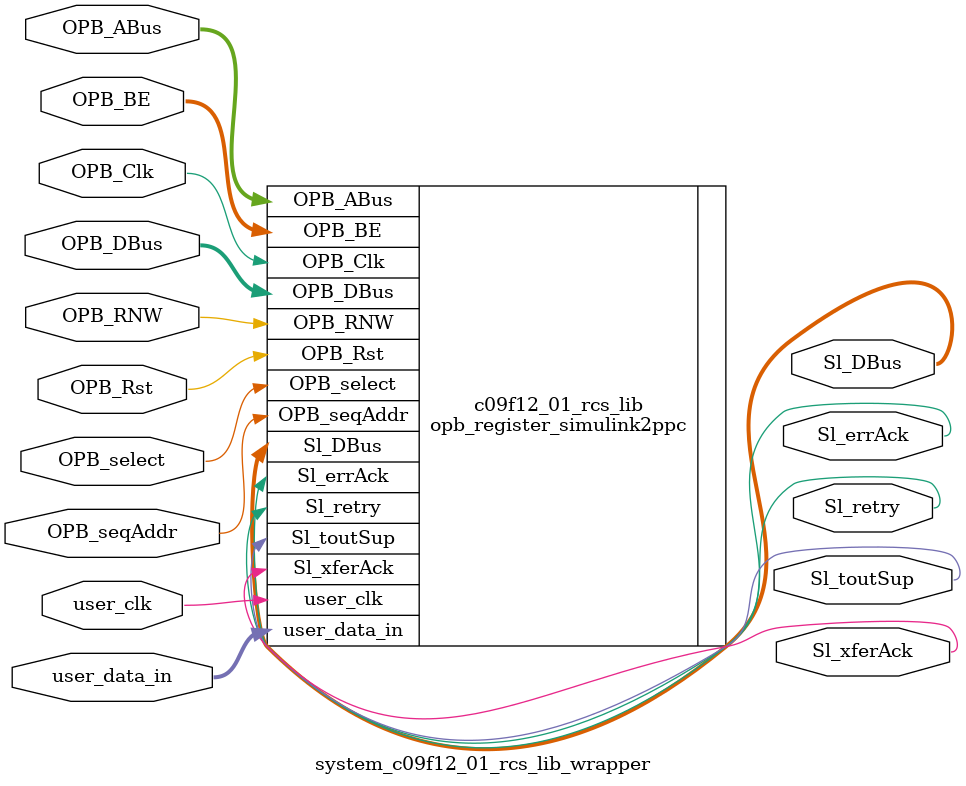
<source format=v>

module system_c09f12_01_rcs_lib_wrapper
  (
    OPB_Clk,
    OPB_Rst,
    Sl_DBus,
    Sl_errAck,
    Sl_retry,
    Sl_toutSup,
    Sl_xferAck,
    OPB_ABus,
    OPB_BE,
    OPB_DBus,
    OPB_RNW,
    OPB_select,
    OPB_seqAddr,
    user_data_in,
    user_clk
  );
  input OPB_Clk;
  input OPB_Rst;
  output [0:31] Sl_DBus;
  output Sl_errAck;
  output Sl_retry;
  output Sl_toutSup;
  output Sl_xferAck;
  input [0:31] OPB_ABus;
  input [0:3] OPB_BE;
  input [0:31] OPB_DBus;
  input OPB_RNW;
  input OPB_select;
  input OPB_seqAddr;
  input [31:0] user_data_in;
  input user_clk;

  opb_register_simulink2ppc
    #(
      .C_BASEADDR ( 32'h01094C00 ),
      .C_HIGHADDR ( 32'h01094CFF ),
      .C_OPB_AWIDTH ( 32 ),
      .C_OPB_DWIDTH ( 32 ),
      .C_FAMILY ( "virtex5" )
    )
    c09f12_01_rcs_lib (
      .OPB_Clk ( OPB_Clk ),
      .OPB_Rst ( OPB_Rst ),
      .Sl_DBus ( Sl_DBus ),
      .Sl_errAck ( Sl_errAck ),
      .Sl_retry ( Sl_retry ),
      .Sl_toutSup ( Sl_toutSup ),
      .Sl_xferAck ( Sl_xferAck ),
      .OPB_ABus ( OPB_ABus ),
      .OPB_BE ( OPB_BE ),
      .OPB_DBus ( OPB_DBus ),
      .OPB_RNW ( OPB_RNW ),
      .OPB_select ( OPB_select ),
      .OPB_seqAddr ( OPB_seqAddr ),
      .user_data_in ( user_data_in ),
      .user_clk ( user_clk )
    );

endmodule


</source>
